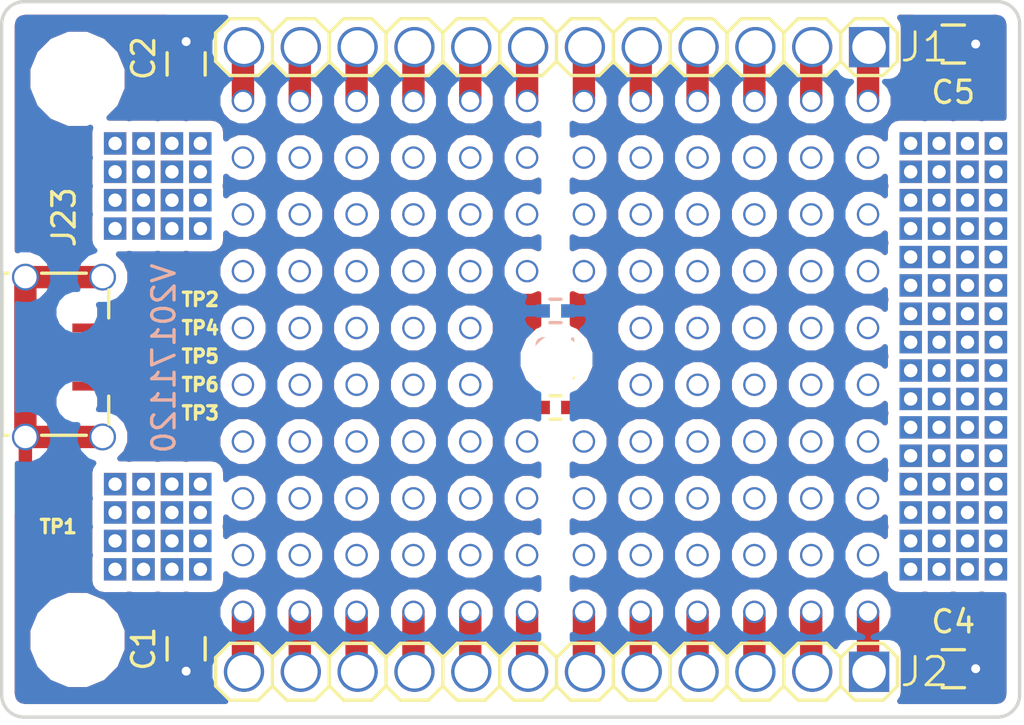
<source format=kicad_pcb>
(kicad_pcb (version 4) (host pcbnew 4.0.7-e2-6376~58~ubuntu17.04.1)
  (layers (0 F.Cu signal) (31 B.Cu signal) (34 B.Paste user) (35 F.Paste user) (36 B.SilkS user) (37 F.SilkS user) (38 B.Mask user) (39 F.Mask user) (44 Edge.Cuts user))
  (net 0 "")
  (net 1 VDD)
  (net 2 GND)
  (net 3 VDDA)
  (net 4 GNDA)
  (net 5 "Net-(J1-Pad1)")
  (net 6 "Net-(J1-Pad2)")
  (net 7 "Net-(J1-Pad3)")
  (net 8 "Net-(J1-Pad4)")
  (net 9 "Net-(J1-Pad5)")
  (net 10 "Net-(J1-Pad6)")
  (net 11 "Net-(J1-Pad7)")
  (net 12 "Net-(J1-Pad8)")
  (net 13 "Net-(J1-Pad9)")
  (net 14 "Net-(J1-Pad10)")
  (net 15 "Net-(J1-Pad11)")
  (net 16 "Net-(J1-Pad12)")
  (net 17 "Net-(J11-Pad1)")
  (net 18 "Net-(J11-Pad2)")
  (net 19 "Net-(J11-Pad3)")
  (net 20 "Net-(J11-Pad4)")
  (net 21 "Net-(J10-Pad1)")
  (net 22 "Net-(J10-Pad2)")
  (net 23 "Net-(J10-Pad3)")
  (net 24 "Net-(J10-Pad4)")
  (net 25 "Net-(J12-Pad1)")
  (net 26 "Net-(J12-Pad2)")
  (net 27 "Net-(J12-Pad3)")
  (net 28 "Net-(J12-Pad4)")
  (net 29 "Net-(J23-PadS)")
  (net 30 "Net-(J23-Pad5)")
  (net 31 "Net-(J23-Pad4)")
  (net 32 "Net-(J23-Pad3)")
  (net 33 "Net-(J23-Pad2)")
  (net 34 "Net-(J23-Pad1)")
  (module SquantorLabels:Label_version (layer F.Cu) (at 130.429 101.092)
    (fp_text reference N2 hide)
    (fp_text value V20171120 (at 0.02 -0.034 270) (layer B.SilkS) (effects (justify mirror)))
  )
  (module SquantorPcbOutline:MountingHole_3.2mm_no_metal (layer F.Cu) (at 126.59 113.65)
    (fp_text reference H1 hide)
    (fp_text value Drill_Hole_no_metal hide)
    (pad "" np_thru_hole circle (at 0 0) (size 3.2 3.2) (drill 3.2) (layers *.Cu *.Mask))
  )
  (module SquantorPcbOutline:MountingHole_3.2mm_no_metal (layer F.Cu) (at 126.59 88.55)
    (fp_text reference H2 hide)
    (fp_text value Drill_Hole_no_metal hide)
    (pad "" np_thru_hole circle (at 0 0) (size 3.2 3.2) (drill 3.2) (layers *.Cu *.Mask))
  )
  (module SquantorPcbOutline:MountingHole_2.2mm_no_metal (layer F.Cu) (at 148 101.1)
    (fp_text reference H3 hide)
    (fp_text value Drill_Hole_no_metal hide)
    (pad "" np_thru_hole circle (at 0 0) (size 2.2 2.2) (drill 2.2) (layers *.Cu *.Mask))
  )
  (module SquantorConnectors:Header-0254-1X12-H015 (layer F.Cu) (at 148 87.13216 180)
    (fp_text reference J1 (at -16.45 0 180) (layer F.SilkS) (effects (font (size 1.27 1.27) (thickness 0.127))))
    (fp_text value PINS_1X12 hide)
    (pad 1 thru_hole rect (at -13.97 0) (size 1.8 1.8) (drill 1.5) (layers *.Cu *.Mask) (net 5 "Net-(J1-Pad1)"))
    (pad 2 thru_hole circle (at -11.43 0) (size 1.8 1.8) (drill 1.5) (layers *.Cu *.Mask) (net 6 "Net-(J1-Pad2)"))
    (pad 3 thru_hole circle (at -8.89 0) (size 1.8 1.8) (drill 1.5) (layers *.Cu *.Mask) (net 7 "Net-(J1-Pad3)"))
    (pad 4 thru_hole circle (at -6.35 0) (size 1.8 1.8) (drill 1.5) (layers *.Cu *.Mask) (net 8 "Net-(J1-Pad4)"))
    (pad 5 thru_hole circle (at -3.81 0) (size 1.8 1.8) (drill 1.5) (layers *.Cu *.Mask) (net 9 "Net-(J1-Pad5)"))
    (pad 6 thru_hole circle (at -1.27 0) (size 1.8 1.8) (drill 1.5) (layers *.Cu *.Mask) (net 10 "Net-(J1-Pad6)"))
    (pad 7 thru_hole circle (at 1.27 0) (size 1.8 1.8) (drill 1.5) (layers *.Cu *.Mask) (net 11 "Net-(J1-Pad7)"))
    (pad 8 thru_hole circle (at 3.81 0) (size 1.8 1.8) (drill 1.5) (layers *.Cu *.Mask) (net 12 "Net-(J1-Pad8)"))
    (pad 9 thru_hole circle (at 6.35 0 180) (size 1.8 1.8) (drill 1.5) (layers *.Cu *.Mask) (net 13 "Net-(J1-Pad9)"))
    (pad 10 thru_hole circle (at 8.89 0) (size 1.8 1.8) (drill 1.5) (layers *.Cu *.Mask) (net 14 "Net-(J1-Pad10)"))
    (pad 11 thru_hole circle (at 11.43 0 180) (size 1.8 1.8) (drill 1.5) (layers *.Cu *.Mask) (net 15 "Net-(J1-Pad11)"))
    (pad 12 thru_hole circle (at 13.97 0 180) (size 1.8 1.8) (drill 1.5) (layers *.Cu *.Mask) (net 16 "Net-(J1-Pad12)"))
  )
  (module SquantorConnectors:Header-0254-1X12-H015 (layer F.Cu) (at 148.00072 115.07216 180)
    (fp_text reference J2 (at -16.44928 0 180) (layer F.SilkS) (effects (font (size 1.27 1.27) (thickness 0.127))))
    (fp_text value PINS_1X12 hide)
    (pad 1 thru_hole rect (at -13.97 0) (size 1.8 1.8) (drill 1.5) (layers *.Cu *.Mask) (net 17 "Net-(J11-Pad1)"))
    (pad 2 thru_hole circle (at -11.43 0) (size 1.8 1.8) (drill 1.5) (layers *.Cu *.Mask) (net 18 "Net-(J11-Pad2)"))
    (pad 3 thru_hole circle (at -8.89 0) (size 1.8 1.8) (drill 1.5) (layers *.Cu *.Mask) (net 19 "Net-(J11-Pad3)"))
    (pad 4 thru_hole circle (at -6.35 0) (size 1.8 1.8) (drill 1.5) (layers *.Cu *.Mask) (net 20 "Net-(J11-Pad4)"))
    (pad 5 thru_hole circle (at -3.81 0) (size 1.8 1.8) (drill 1.5) (layers *.Cu *.Mask) (net 21 "Net-(J10-Pad1)"))
    (pad 6 thru_hole circle (at -1.27 0) (size 1.8 1.8) (drill 1.5) (layers *.Cu *.Mask) (net 22 "Net-(J10-Pad2)"))
    (pad 7 thru_hole circle (at 1.27 0) (size 1.8 1.8) (drill 1.5) (layers *.Cu *.Mask) (net 23 "Net-(J10-Pad3)"))
    (pad 8 thru_hole circle (at 3.81 0) (size 1.8 1.8) (drill 1.5) (layers *.Cu *.Mask) (net 24 "Net-(J10-Pad4)"))
    (pad 9 thru_hole circle (at 6.35 0 180) (size 1.8 1.8) (drill 1.5) (layers *.Cu *.Mask) (net 25 "Net-(J12-Pad1)"))
    (pad 10 thru_hole circle (at 8.89 0) (size 1.8 1.8) (drill 1.5) (layers *.Cu *.Mask) (net 26 "Net-(J12-Pad2)"))
    (pad 11 thru_hole circle (at 11.43 0 180) (size 1.8 1.8) (drill 1.5) (layers *.Cu *.Mask) (net 27 "Net-(J12-Pad3)"))
    (pad 12 thru_hole circle (at 13.97 0 180) (size 1.8 1.8) (drill 1.5) (layers *.Cu *.Mask) (net 28 "Net-(J12-Pad4)"))
  )
  (module SquantorProto:proto-TH-0254-04X04-P010SQ-H008 (layer F.Cu) (at 137.795 106.045)
    (fp_text reference J3 hide)
    (fp_text value Proto hide)
    (pad 1 thru_hole circle (at -3.81 -3.81) (size 1 1) (drill 0.8) (layers *.Cu *.Mask))
    (pad 2 thru_hole circle (at -1.27 -3.81) (size 1 1) (drill 0.8) (layers *.Cu *.Mask))
    (pad 3 thru_hole circle (at 1.27 -3.81) (size 1 1) (drill 0.8) (layers *.Cu *.Mask))
    (pad 4 thru_hole circle (at 3.81 -3.81) (size 1 1) (drill 0.8) (layers *.Cu *.Mask))
    (pad 5 thru_hole circle (at -3.81 -1.27) (size 1 1) (drill 0.8) (layers *.Cu *.Mask))
    (pad 6 thru_hole circle (at -1.27 -1.27) (size 1 1) (drill 0.8) (layers *.Cu *.Mask))
    (pad 7 thru_hole circle (at 1.27 -1.27) (size 1 1) (drill 0.8) (layers *.Cu *.Mask))
    (pad 8 thru_hole circle (at 3.81 -1.27) (size 1 1) (drill 0.8) (layers *.Cu *.Mask))
    (pad 9 thru_hole circle (at -3.81 1.27) (size 1 1) (drill 0.8) (layers *.Cu *.Mask))
    (pad 10 thru_hole circle (at -1.27 1.27) (size 1 1) (drill 0.8) (layers *.Cu *.Mask))
    (pad 11 thru_hole circle (at 1.27 1.27) (size 1 1) (drill 0.8) (layers *.Cu *.Mask))
    (pad 12 thru_hole circle (at 3.81 1.27) (size 1 1) (drill 0.8) (layers *.Cu *.Mask))
    (pad 13 thru_hole circle (at -3.81 3.81) (size 1 1) (drill 0.8) (layers *.Cu *.Mask))
    (pad 14 thru_hole circle (at -1.27 3.81) (size 1 1) (drill 0.8) (layers *.Cu *.Mask))
    (pad 15 thru_hole circle (at 1.27 3.81) (size 1 1) (drill 0.8) (layers *.Cu *.Mask))
    (pad 16 thru_hole circle (at 3.81 3.81) (size 1 1) (drill 0.8) (layers *.Cu *.Mask))
  )
  (module SquantorProto:proto-TH-0254-04X04-P010SQ-H008 (layer F.Cu) (at 137.795 95.885)
    (fp_text reference J4 hide)
    (fp_text value Proto hide)
    (pad 1 thru_hole circle (at -3.81 -3.81) (size 1 1) (drill 0.8) (layers *.Cu *.Mask))
    (pad 2 thru_hole circle (at -1.27 -3.81) (size 1 1) (drill 0.8) (layers *.Cu *.Mask))
    (pad 3 thru_hole circle (at 1.27 -3.81) (size 1 1) (drill 0.8) (layers *.Cu *.Mask))
    (pad 4 thru_hole circle (at 3.81 -3.81) (size 1 1) (drill 0.8) (layers *.Cu *.Mask))
    (pad 5 thru_hole circle (at -3.81 -1.27) (size 1 1) (drill 0.8) (layers *.Cu *.Mask))
    (pad 6 thru_hole circle (at -1.27 -1.27) (size 1 1) (drill 0.8) (layers *.Cu *.Mask))
    (pad 7 thru_hole circle (at 1.27 -1.27) (size 1 1) (drill 0.8) (layers *.Cu *.Mask))
    (pad 8 thru_hole circle (at 3.81 -1.27) (size 1 1) (drill 0.8) (layers *.Cu *.Mask))
    (pad 9 thru_hole circle (at -3.81 1.27) (size 1 1) (drill 0.8) (layers *.Cu *.Mask))
    (pad 10 thru_hole circle (at -1.27 1.27) (size 1 1) (drill 0.8) (layers *.Cu *.Mask))
    (pad 11 thru_hole circle (at 1.27 1.27) (size 1 1) (drill 0.8) (layers *.Cu *.Mask))
    (pad 12 thru_hole circle (at 3.81 1.27) (size 1 1) (drill 0.8) (layers *.Cu *.Mask))
    (pad 13 thru_hole circle (at -3.81 3.81) (size 1 1) (drill 0.8) (layers *.Cu *.Mask))
    (pad 14 thru_hole circle (at -1.27 3.81) (size 1 1) (drill 0.8) (layers *.Cu *.Mask))
    (pad 15 thru_hole circle (at 1.27 3.81) (size 1 1) (drill 0.8) (layers *.Cu *.Mask))
    (pad 16 thru_hole circle (at 3.81 3.81) (size 1 1) (drill 0.8) (layers *.Cu *.Mask))
  )
  (module SquantorRcl:C_0805 (layer F.Cu) (at 131.445 114.046 270)
    (fp_text reference C1 (at 0 1.905 270) (layer F.SilkS))
    (fp_text value C hide)
    (pad 1 smd rect (at -1 0 270) (size 1 1.25) (layers F.Cu F.Paste F.Mask) (net 1 VDD))
    (pad 2 smd rect (at 1 0 270) (size 1 1.25) (layers F.Cu F.Paste F.Mask) (net 2 GND))
  )
  (module SquantorRcl:C_0805 (layer F.Cu) (at 131.445 87.884 90)
    (fp_text reference C2 (at 0.254 -1.905 90) (layer F.SilkS))
    (fp_text value C hide)
    (pad 1 smd rect (at -1 0 90) (size 1 1.25) (layers F.Cu F.Paste F.Mask) (net 1 VDD))
    (pad 2 smd rect (at 1 0 90) (size 1 1.25) (layers F.Cu F.Paste F.Mask) (net 2 GND))
  )
  (module SquantorRcl:C_0805 (layer F.Cu) (at 165.735 114.935)
    (fp_text reference C4 (at 0 -2.1) (layer F.SilkS))
    (fp_text value C hide)
    (pad 1 smd rect (at -1 0) (size 1 1.25) (layers F.Cu F.Paste F.Mask) (net 3 VDDA))
    (pad 2 smd rect (at 1 0) (size 1 1.25) (layers F.Cu F.Paste F.Mask) (net 4 GNDA))
  )
  (module SquantorRcl:C_0805 (layer F.Cu) (at 165.735 86.995)
    (fp_text reference C5 (at 0 2.159) (layer F.SilkS))
    (fp_text value C hide)
    (pad 1 smd rect (at -1 0) (size 1 1.25) (layers F.Cu F.Paste F.Mask) (net 3 VDDA))
    (pad 2 smd rect (at 1 0) (size 1 1.25) (layers F.Cu F.Paste F.Mask) (net 4 GNDA))
  )
  (module SquantorProto:proto-TH-0254-04X01-P010SQ-H008 (layer F.Cu) (at 158.115 89.535 180)
    (fp_text reference J7 hide)
    (fp_text value Proto_4pins hide)
    (pad 1 thru_hole circle (at -3.81 0 180) (size 1 1) (drill 0.8) (layers *.Cu *.Mask) (net 5 "Net-(J1-Pad1)"))
    (pad 2 thru_hole circle (at -1.27 0 180) (size 1 1) (drill 0.8) (layers *.Cu *.Mask) (net 6 "Net-(J1-Pad2)"))
    (pad 3 thru_hole circle (at 1.27 0 180) (size 1 1) (drill 0.8) (layers *.Cu *.Mask) (net 7 "Net-(J1-Pad3)"))
    (pad 4 thru_hole circle (at 3.81 0 180) (size 1 1) (drill 0.8) (layers *.Cu *.Mask) (net 8 "Net-(J1-Pad4)"))
  )
  (module SquantorProto:proto-TH-0254-04X01-P010SQ-H008 (layer F.Cu) (at 137.795 89.535 180)
    (fp_text reference J8 hide)
    (fp_text value Proto_4pins hide)
    (pad 1 thru_hole circle (at -3.81 0 180) (size 1 1) (drill 0.8) (layers *.Cu *.Mask) (net 13 "Net-(J1-Pad9)"))
    (pad 2 thru_hole circle (at -1.27 0 180) (size 1 1) (drill 0.8) (layers *.Cu *.Mask) (net 14 "Net-(J1-Pad10)"))
    (pad 3 thru_hole circle (at 1.27 0 180) (size 1 1) (drill 0.8) (layers *.Cu *.Mask) (net 15 "Net-(J1-Pad11)"))
    (pad 4 thru_hole circle (at 3.81 0 180) (size 1 1) (drill 0.8) (layers *.Cu *.Mask) (net 16 "Net-(J1-Pad12)"))
  )
  (module SquantorProto:proto-TH-0254-04X01-P010SQ-H008 (layer F.Cu) (at 147.955 89.535 180)
    (fp_text reference J9 hide)
    (fp_text value Proto_4pins hide)
    (pad 1 thru_hole circle (at -3.81 0 180) (size 1 1) (drill 0.8) (layers *.Cu *.Mask) (net 9 "Net-(J1-Pad5)"))
    (pad 2 thru_hole circle (at -1.27 0 180) (size 1 1) (drill 0.8) (layers *.Cu *.Mask) (net 10 "Net-(J1-Pad6)"))
    (pad 3 thru_hole circle (at 1.27 0 180) (size 1 1) (drill 0.8) (layers *.Cu *.Mask) (net 11 "Net-(J1-Pad7)"))
    (pad 4 thru_hole circle (at 3.81 0 180) (size 1 1) (drill 0.8) (layers *.Cu *.Mask) (net 12 "Net-(J1-Pad8)"))
  )
  (module SquantorProto:proto-TH-0254-04X01-P010SQ-H008 (layer F.Cu) (at 147.955 112.395 180)
    (fp_text reference J10 hide)
    (fp_text value Proto_4pins hide)
    (pad 1 thru_hole circle (at -3.81 0 180) (size 1 1) (drill 0.8) (layers *.Cu *.Mask) (net 21 "Net-(J10-Pad1)"))
    (pad 2 thru_hole circle (at -1.27 0 180) (size 1 1) (drill 0.8) (layers *.Cu *.Mask) (net 22 "Net-(J10-Pad2)"))
    (pad 3 thru_hole circle (at 1.27 0 180) (size 1 1) (drill 0.8) (layers *.Cu *.Mask) (net 23 "Net-(J10-Pad3)"))
    (pad 4 thru_hole circle (at 3.81 0 180) (size 1 1) (drill 0.8) (layers *.Cu *.Mask) (net 24 "Net-(J10-Pad4)"))
  )
  (module SquantorProto:proto-TH-0254-04X01-P010SQ-H008 (layer F.Cu) (at 158.115 112.395 180)
    (fp_text reference J11 hide)
    (fp_text value Proto_4pins hide)
    (pad 1 thru_hole circle (at -3.81 0 180) (size 1 1) (drill 0.8) (layers *.Cu *.Mask) (net 17 "Net-(J11-Pad1)"))
    (pad 2 thru_hole circle (at -1.27 0 180) (size 1 1) (drill 0.8) (layers *.Cu *.Mask) (net 18 "Net-(J11-Pad2)"))
    (pad 3 thru_hole circle (at 1.27 0 180) (size 1 1) (drill 0.8) (layers *.Cu *.Mask) (net 19 "Net-(J11-Pad3)"))
    (pad 4 thru_hole circle (at 3.81 0 180) (size 1 1) (drill 0.8) (layers *.Cu *.Mask) (net 20 "Net-(J11-Pad4)"))
  )
  (module SquantorProto:proto-TH-0254-04X01-P010SQ-H008 (layer F.Cu) (at 137.795 112.395 180)
    (fp_text reference J12 hide)
    (fp_text value Proto_4pins hide)
    (pad 1 thru_hole circle (at -3.81 0 180) (size 1 1) (drill 0.8) (layers *.Cu *.Mask) (net 25 "Net-(J12-Pad1)"))
    (pad 2 thru_hole circle (at -1.27 0 180) (size 1 1) (drill 0.8) (layers *.Cu *.Mask) (net 26 "Net-(J12-Pad2)"))
    (pad 3 thru_hole circle (at 1.27 0 180) (size 1 1) (drill 0.8) (layers *.Cu *.Mask) (net 27 "Net-(J12-Pad3)"))
    (pad 4 thru_hole circle (at 3.81 0 180) (size 1 1) (drill 0.8) (layers *.Cu *.Mask) (net 28 "Net-(J12-Pad4)"))
  )
  (module SquantorProto:proto-TH-0254-04X04-P010SQ-H008 (layer F.Cu) (at 158.115 106.045)
    (fp_text reference J16 hide)
    (fp_text value Proto hide)
    (pad 1 thru_hole circle (at -3.81 -3.81) (size 1 1) (drill 0.8) (layers *.Cu *.Mask))
    (pad 2 thru_hole circle (at -1.27 -3.81) (size 1 1) (drill 0.8) (layers *.Cu *.Mask))
    (pad 3 thru_hole circle (at 1.27 -3.81) (size 1 1) (drill 0.8) (layers *.Cu *.Mask))
    (pad 4 thru_hole circle (at 3.81 -3.81) (size 1 1) (drill 0.8) (layers *.Cu *.Mask))
    (pad 5 thru_hole circle (at -3.81 -1.27) (size 1 1) (drill 0.8) (layers *.Cu *.Mask))
    (pad 6 thru_hole circle (at -1.27 -1.27) (size 1 1) (drill 0.8) (layers *.Cu *.Mask))
    (pad 7 thru_hole circle (at 1.27 -1.27) (size 1 1) (drill 0.8) (layers *.Cu *.Mask))
    (pad 8 thru_hole circle (at 3.81 -1.27) (size 1 1) (drill 0.8) (layers *.Cu *.Mask))
    (pad 9 thru_hole circle (at -3.81 1.27) (size 1 1) (drill 0.8) (layers *.Cu *.Mask))
    (pad 10 thru_hole circle (at -1.27 1.27) (size 1 1) (drill 0.8) (layers *.Cu *.Mask))
    (pad 11 thru_hole circle (at 1.27 1.27) (size 1 1) (drill 0.8) (layers *.Cu *.Mask))
    (pad 12 thru_hole circle (at 3.81 1.27) (size 1 1) (drill 0.8) (layers *.Cu *.Mask))
    (pad 13 thru_hole circle (at -3.81 3.81) (size 1 1) (drill 0.8) (layers *.Cu *.Mask))
    (pad 14 thru_hole circle (at -1.27 3.81) (size 1 1) (drill 0.8) (layers *.Cu *.Mask))
    (pad 15 thru_hole circle (at 1.27 3.81) (size 1 1) (drill 0.8) (layers *.Cu *.Mask))
    (pad 16 thru_hole circle (at 3.81 3.81) (size 1 1) (drill 0.8) (layers *.Cu *.Mask))
  )
  (module SquantorProto:proto-TH-0254-04X04-P010SQ-H008 (layer F.Cu) (at 158.115 95.885)
    (fp_text reference J19 hide)
    (fp_text value Proto hide)
    (pad 1 thru_hole circle (at -3.81 -3.81) (size 1 1) (drill 0.8) (layers *.Cu *.Mask))
    (pad 2 thru_hole circle (at -1.27 -3.81) (size 1 1) (drill 0.8) (layers *.Cu *.Mask))
    (pad 3 thru_hole circle (at 1.27 -3.81) (size 1 1) (drill 0.8) (layers *.Cu *.Mask))
    (pad 4 thru_hole circle (at 3.81 -3.81) (size 1 1) (drill 0.8) (layers *.Cu *.Mask))
    (pad 5 thru_hole circle (at -3.81 -1.27) (size 1 1) (drill 0.8) (layers *.Cu *.Mask))
    (pad 6 thru_hole circle (at -1.27 -1.27) (size 1 1) (drill 0.8) (layers *.Cu *.Mask))
    (pad 7 thru_hole circle (at 1.27 -1.27) (size 1 1) (drill 0.8) (layers *.Cu *.Mask))
    (pad 8 thru_hole circle (at 3.81 -1.27) (size 1 1) (drill 0.8) (layers *.Cu *.Mask))
    (pad 9 thru_hole circle (at -3.81 1.27) (size 1 1) (drill 0.8) (layers *.Cu *.Mask))
    (pad 10 thru_hole circle (at -1.27 1.27) (size 1 1) (drill 0.8) (layers *.Cu *.Mask))
    (pad 11 thru_hole circle (at 1.27 1.27) (size 1 1) (drill 0.8) (layers *.Cu *.Mask))
    (pad 12 thru_hole circle (at 3.81 1.27) (size 1 1) (drill 0.8) (layers *.Cu *.Mask))
    (pad 13 thru_hole circle (at -3.81 3.81) (size 1 1) (drill 0.8) (layers *.Cu *.Mask))
    (pad 14 thru_hole circle (at -1.27 3.81) (size 1 1) (drill 0.8) (layers *.Cu *.Mask))
    (pad 15 thru_hole circle (at 1.27 3.81) (size 1 1) (drill 0.8) (layers *.Cu *.Mask))
    (pad 16 thru_hole circle (at 3.81 3.81) (size 1 1) (drill 0.8) (layers *.Cu *.Mask))
  )
  (module SquantorProto:proto-TH-0254-04X04-GAP02-P010SQ-H008 (layer F.Cu) (at 147.955 106.045 180)
    (fp_text reference J5 hide)
    (fp_text value Proto hide)
    (pad 1 thru_hole circle (at -3.81 -3.81 180) (size 1 1) (drill 0.8) (layers *.Cu *.Mask))
    (pad 2 thru_hole circle (at -1.27 -3.81 180) (size 1 1) (drill 0.8) (layers *.Cu *.Mask))
    (pad 3 thru_hole circle (at 1.27 -3.81 180) (size 1 1) (drill 0.8) (layers *.Cu *.Mask))
    (pad 4 thru_hole circle (at 3.81 -3.81 180) (size 1 1) (drill 0.8) (layers *.Cu *.Mask))
    (pad 5 thru_hole circle (at -3.81 -1.27 180) (size 1 1) (drill 0.8) (layers *.Cu *.Mask))
    (pad 6 thru_hole circle (at -1.27 -1.27 180) (size 1 1) (drill 0.8) (layers *.Cu *.Mask))
    (pad 7 thru_hole circle (at 1.27 -1.27 180) (size 1 1) (drill 0.8) (layers *.Cu *.Mask))
    (pad 8 thru_hole circle (at 3.81 -1.27 180) (size 1 1) (drill 0.8) (layers *.Cu *.Mask))
    (pad 9 thru_hole circle (at -3.81 1.27 180) (size 1 1) (drill 0.8) (layers *.Cu *.Mask))
    (pad 10 thru_hole circle (at -1.27 1.27 180) (size 1 1) (drill 0.8) (layers *.Cu *.Mask))
    (pad 11 thru_hole circle (at 1.27 1.27 180) (size 1 1) (drill 0.8) (layers *.Cu *.Mask))
    (pad 12 thru_hole circle (at 3.81 1.27 180) (size 1 1) (drill 0.8) (layers *.Cu *.Mask))
    (pad 13 thru_hole circle (at -3.81 3.81 180) (size 1 1) (drill 0.8) (layers *.Cu *.Mask))
    (pad 16 thru_hole circle (at 3.81 3.81 180) (size 1 1) (drill 0.8) (layers *.Cu *.Mask))
  )
  (module SquantorProto:proto-TH-0254-04X04-GAP02-P010SQ-H008 (layer F.Cu) (at 147.955 95.885)
    (fp_text reference J6 hide)
    (fp_text value Proto hide)
    (pad 1 thru_hole circle (at -3.81 -3.81) (size 1 1) (drill 0.8) (layers *.Cu *.Mask))
    (pad 2 thru_hole circle (at -1.27 -3.81) (size 1 1) (drill 0.8) (layers *.Cu *.Mask))
    (pad 3 thru_hole circle (at 1.27 -3.81) (size 1 1) (drill 0.8) (layers *.Cu *.Mask))
    (pad 4 thru_hole circle (at 3.81 -3.81) (size 1 1) (drill 0.8) (layers *.Cu *.Mask))
    (pad 5 thru_hole circle (at -3.81 -1.27) (size 1 1) (drill 0.8) (layers *.Cu *.Mask))
    (pad 6 thru_hole circle (at -1.27 -1.27) (size 1 1) (drill 0.8) (layers *.Cu *.Mask))
    (pad 7 thru_hole circle (at 1.27 -1.27) (size 1 1) (drill 0.8) (layers *.Cu *.Mask))
    (pad 8 thru_hole circle (at 3.81 -1.27) (size 1 1) (drill 0.8) (layers *.Cu *.Mask))
    (pad 9 thru_hole circle (at -3.81 1.27) (size 1 1) (drill 0.8) (layers *.Cu *.Mask))
    (pad 10 thru_hole circle (at -1.27 1.27) (size 1 1) (drill 0.8) (layers *.Cu *.Mask))
    (pad 11 thru_hole circle (at 1.27 1.27) (size 1 1) (drill 0.8) (layers *.Cu *.Mask))
    (pad 12 thru_hole circle (at 3.81 1.27) (size 1 1) (drill 0.8) (layers *.Cu *.Mask))
    (pad 13 thru_hole circle (at -3.81 3.81) (size 1 1) (drill 0.8) (layers *.Cu *.Mask))
    (pad 16 thru_hole circle (at 3.81 3.81) (size 1 1) (drill 0.8) (layers *.Cu *.Mask))
  )
  (module SquantorRcl:R_0402_hand (layer F.Cu) (at 147.955 103.251)
    (fp_text reference U1 (at 0 -1.8) (layer F.SilkS))
    (fp_text value POWER_JOINER hide)
    (pad 1 smd rect (at -0.55 0) (size 0.6 0.6) (layers F.Cu F.Paste F.Mask) (net 1 VDD))
    (pad 2 smd rect (at 0.55 0) (size 0.6 0.6) (layers F.Cu F.Paste F.Mask) (net 3 VDDA))
  )
  (module SquantorRcl:R_0402_hand (layer B.Cu) (at 147.955 98.933)
    (fp_text reference U2 (at 0 1.8) (layer B.SilkS) (effects (justify mirror)))
    (fp_text value POWER_JOINER hide)
    (pad 1 smd rect (at -0.55 0) (size 0.6 0.6) (layers B.Cu B.Paste B.Mask) (net 2 GND))
    (pad 2 smd rect (at 0.55 0) (size 0.6 0.6) (layers B.Cu B.Paste B.Mask) (net 4 GNDA))
  )
  (module SquantorProto:TESTPAD_SQ_1MM (layer F.Cu) (at 125.73 107.315)
    (fp_text reference TP1 (at 0 1.27) (layer F.SilkS) (effects (font (size 0.6 0.6))))
    (fp_text value testpad hide)
    (pad 1 smd rect (at 0 0) (size 1 1) (layers F.Cu F.Paste F.Mask) (net 29 "Net-(J23-PadS)"))
  )
  (module SquantorProto:TESTPAD_SQ_1MM (layer F.Cu) (at 130.175 98.425)
    (fp_text reference TP2 (at 1.905 0) (layer F.SilkS) (effects (font (size 0.6 0.6))))
    (fp_text value testpad hide)
    (pad 1 smd rect (at 0 0) (size 1 1) (layers F.Cu F.Paste F.Mask) (net 34 "Net-(J23-Pad1)"))
  )
  (module SquantorProto:TESTPAD_SQ_1MM (layer F.Cu) (at 130.175 103.505)
    (fp_text reference TP3 (at 1.905 0) (layer F.SilkS) (effects (font (size 0.6 0.6))))
    (fp_text value testpad hide)
    (pad 1 smd rect (at 0 0) (size 1 1) (layers F.Cu F.Paste F.Mask) (net 30 "Net-(J23-Pad5)"))
  )
  (module SquantorProto:TESTPAD_SQ_1MM (layer F.Cu) (at 130.175 99.695)
    (fp_text reference TP4 (at 1.905 0) (layer F.SilkS) (effects (font (size 0.6 0.6))))
    (fp_text value testpad hide)
    (pad 1 smd rect (at 0 0) (size 1 1) (layers F.Cu F.Paste F.Mask) (net 33 "Net-(J23-Pad2)"))
  )
  (module SquantorProto:TESTPAD_SQ_1MM (layer F.Cu) (at 130.175 100.965)
    (fp_text reference TP5 (at 1.905 0) (layer F.SilkS) (effects (font (size 0.6 0.6))))
    (fp_text value testpad hide)
    (pad 1 smd rect (at 0 0) (size 1 1) (layers F.Cu F.Paste F.Mask) (net 32 "Net-(J23-Pad3)"))
  )
  (module SquantorProto:TESTPAD_SQ_1MM (layer F.Cu) (at 130.175 102.235)
    (fp_text reference TP6 (at 1.905 0) (layer F.SilkS) (effects (font (size 0.6 0.6))))
    (fp_text value testpad hide)
    (pad 1 smd rect (at 0 0) (size 1 1) (layers F.Cu F.Paste F.Mask) (net 31 "Net-(J23-Pad4)"))
  )
  (module SquantorProto:proto-SMD-0127-04X04-P010-H006 (layer F.Cu) (at 130.175 108.585)
    (fp_text reference J13 hide)
    (fp_text value Proto hide)
    (pad 1 thru_hole rect (at -1.905 -1.905) (size 1 1) (drill 0.6) (layers *.Cu *.Mask))
    (pad 2 thru_hole rect (at -0.635 -1.905) (size 1 1) (drill 0.6) (layers *.Cu *.Mask))
    (pad 3 thru_hole rect (at 0.635 -1.905) (size 1 1) (drill 0.6) (layers *.Cu *.Mask))
    (pad 4 thru_hole rect (at 1.905 -1.905) (size 1 1) (drill 0.6) (layers *.Cu *.Mask))
    (pad 5 thru_hole rect (at 1.905 -0.635) (size 1 1) (drill 0.6) (layers *.Cu *.Mask))
    (pad 6 thru_hole rect (at 0.635 -0.635) (size 1 1) (drill 0.6) (layers *.Cu *.Mask))
    (pad 7 thru_hole rect (at -0.635 -0.635) (size 1 1) (drill 0.6) (layers *.Cu *.Mask))
    (pad 8 thru_hole rect (at -1.905 -0.635) (size 1 1) (drill 0.6) (layers *.Cu *.Mask))
    (pad 9 thru_hole rect (at -1.905 0.635) (size 1 1) (drill 0.6) (layers *.Cu *.Mask))
    (pad 10 thru_hole rect (at -0.635 0.635) (size 1 1) (drill 0.6) (layers *.Cu *.Mask))
    (pad 11 thru_hole rect (at 0.635 0.635) (size 1 1) (drill 0.6) (layers *.Cu *.Mask))
    (pad 12 thru_hole rect (at 1.905 0.635) (size 1 1) (drill 0.6) (layers *.Cu *.Mask))
    (pad 13 thru_hole rect (at 1.905 1.905) (size 1 1) (drill 0.6) (layers *.Cu *.Mask))
    (pad 14 thru_hole rect (at 0.635 1.905) (size 1 1) (drill 0.6) (layers *.Cu *.Mask))
    (pad 15 thru_hole rect (at -0.635 1.905) (size 1 1) (drill 0.6) (layers *.Cu *.Mask))
    (pad 16 thru_hole rect (at -1.905 1.905) (size 1 1) (drill 0.6) (layers *.Cu *.Mask))
  )
  (module SquantorProto:proto-SMD-0127-04X04-P010-H006 (layer F.Cu) (at 165.735 108.585)
    (fp_text reference J14 hide)
    (fp_text value Proto hide)
    (pad 1 thru_hole rect (at -1.905 -1.905) (size 1 1) (drill 0.6) (layers *.Cu *.Mask))
    (pad 2 thru_hole rect (at -0.635 -1.905) (size 1 1) (drill 0.6) (layers *.Cu *.Mask))
    (pad 3 thru_hole rect (at 0.635 -1.905) (size 1 1) (drill 0.6) (layers *.Cu *.Mask))
    (pad 4 thru_hole rect (at 1.905 -1.905) (size 1 1) (drill 0.6) (layers *.Cu *.Mask))
    (pad 5 thru_hole rect (at 1.905 -0.635) (size 1 1) (drill 0.6) (layers *.Cu *.Mask))
    (pad 6 thru_hole rect (at 0.635 -0.635) (size 1 1) (drill 0.6) (layers *.Cu *.Mask))
    (pad 7 thru_hole rect (at -0.635 -0.635) (size 1 1) (drill 0.6) (layers *.Cu *.Mask))
    (pad 8 thru_hole rect (at -1.905 -0.635) (size 1 1) (drill 0.6) (layers *.Cu *.Mask))
    (pad 9 thru_hole rect (at -1.905 0.635) (size 1 1) (drill 0.6) (layers *.Cu *.Mask))
    (pad 10 thru_hole rect (at -0.635 0.635) (size 1 1) (drill 0.6) (layers *.Cu *.Mask))
    (pad 11 thru_hole rect (at 0.635 0.635) (size 1 1) (drill 0.6) (layers *.Cu *.Mask))
    (pad 12 thru_hole rect (at 1.905 0.635) (size 1 1) (drill 0.6) (layers *.Cu *.Mask))
    (pad 13 thru_hole rect (at 1.905 1.905) (size 1 1) (drill 0.6) (layers *.Cu *.Mask))
    (pad 14 thru_hole rect (at 0.635 1.905) (size 1 1) (drill 0.6) (layers *.Cu *.Mask))
    (pad 15 thru_hole rect (at -0.635 1.905) (size 1 1) (drill 0.6) (layers *.Cu *.Mask))
    (pad 16 thru_hole rect (at -1.905 1.905) (size 1 1) (drill 0.6) (layers *.Cu *.Mask))
  )
  (module SquantorProto:proto-SMD-0127-04X04-P010-H006 (layer F.Cu) (at 165.735 103.505)
    (fp_text reference J17 hide)
    (fp_text value Proto hide)
    (pad 1 thru_hole rect (at -1.905 -1.905) (size 1 1) (drill 0.6) (layers *.Cu *.Mask))
    (pad 2 thru_hole rect (at -0.635 -1.905) (size 1 1) (drill 0.6) (layers *.Cu *.Mask))
    (pad 3 thru_hole rect (at 0.635 -1.905) (size 1 1) (drill 0.6) (layers *.Cu *.Mask))
    (pad 4 thru_hole rect (at 1.905 -1.905) (size 1 1) (drill 0.6) (layers *.Cu *.Mask))
    (pad 5 thru_hole rect (at 1.905 -0.635) (size 1 1) (drill 0.6) (layers *.Cu *.Mask))
    (pad 6 thru_hole rect (at 0.635 -0.635) (size 1 1) (drill 0.6) (layers *.Cu *.Mask))
    (pad 7 thru_hole rect (at -0.635 -0.635) (size 1 1) (drill 0.6) (layers *.Cu *.Mask))
    (pad 8 thru_hole rect (at -1.905 -0.635) (size 1 1) (drill 0.6) (layers *.Cu *.Mask))
    (pad 9 thru_hole rect (at -1.905 0.635) (size 1 1) (drill 0.6) (layers *.Cu *.Mask))
    (pad 10 thru_hole rect (at -0.635 0.635) (size 1 1) (drill 0.6) (layers *.Cu *.Mask))
    (pad 11 thru_hole rect (at 0.635 0.635) (size 1 1) (drill 0.6) (layers *.Cu *.Mask))
    (pad 12 thru_hole rect (at 1.905 0.635) (size 1 1) (drill 0.6) (layers *.Cu *.Mask))
    (pad 13 thru_hole rect (at 1.905 1.905) (size 1 1) (drill 0.6) (layers *.Cu *.Mask))
    (pad 14 thru_hole rect (at 0.635 1.905) (size 1 1) (drill 0.6) (layers *.Cu *.Mask))
    (pad 15 thru_hole rect (at -0.635 1.905) (size 1 1) (drill 0.6) (layers *.Cu *.Mask))
    (pad 16 thru_hole rect (at -1.905 1.905) (size 1 1) (drill 0.6) (layers *.Cu *.Mask))
  )
  (module SquantorProto:proto-SMD-0127-04X04-P010-H006 (layer F.Cu) (at 130.175 93.345)
    (fp_text reference J20 hide)
    (fp_text value Proto hide)
    (pad 1 thru_hole rect (at -1.905 -1.905) (size 1 1) (drill 0.6) (layers *.Cu *.Mask))
    (pad 2 thru_hole rect (at -0.635 -1.905) (size 1 1) (drill 0.6) (layers *.Cu *.Mask))
    (pad 3 thru_hole rect (at 0.635 -1.905) (size 1 1) (drill 0.6) (layers *.Cu *.Mask))
    (pad 4 thru_hole rect (at 1.905 -1.905) (size 1 1) (drill 0.6) (layers *.Cu *.Mask))
    (pad 5 thru_hole rect (at 1.905 -0.635) (size 1 1) (drill 0.6) (layers *.Cu *.Mask))
    (pad 6 thru_hole rect (at 0.635 -0.635) (size 1 1) (drill 0.6) (layers *.Cu *.Mask))
    (pad 7 thru_hole rect (at -0.635 -0.635) (size 1 1) (drill 0.6) (layers *.Cu *.Mask))
    (pad 8 thru_hole rect (at -1.905 -0.635) (size 1 1) (drill 0.6) (layers *.Cu *.Mask))
    (pad 9 thru_hole rect (at -1.905 0.635) (size 1 1) (drill 0.6) (layers *.Cu *.Mask))
    (pad 10 thru_hole rect (at -0.635 0.635) (size 1 1) (drill 0.6) (layers *.Cu *.Mask))
    (pad 11 thru_hole rect (at 0.635 0.635) (size 1 1) (drill 0.6) (layers *.Cu *.Mask))
    (pad 12 thru_hole rect (at 1.905 0.635) (size 1 1) (drill 0.6) (layers *.Cu *.Mask))
    (pad 13 thru_hole rect (at 1.905 1.905) (size 1 1) (drill 0.6) (layers *.Cu *.Mask))
    (pad 14 thru_hole rect (at 0.635 1.905) (size 1 1) (drill 0.6) (layers *.Cu *.Mask))
    (pad 15 thru_hole rect (at -0.635 1.905) (size 1 1) (drill 0.6) (layers *.Cu *.Mask))
    (pad 16 thru_hole rect (at -1.905 1.905) (size 1 1) (drill 0.6) (layers *.Cu *.Mask))
  )
  (module SquantorProto:proto-SMD-0127-04X04-P010-H006 (layer F.Cu) (at 165.735 98.425)
    (fp_text reference J21 hide)
    (fp_text value Proto hide)
    (pad 1 thru_hole rect (at -1.905 -1.905) (size 1 1) (drill 0.6) (layers *.Cu *.Mask))
    (pad 2 thru_hole rect (at -0.635 -1.905) (size 1 1) (drill 0.6) (layers *.Cu *.Mask))
    (pad 3 thru_hole rect (at 0.635 -1.905) (size 1 1) (drill 0.6) (layers *.Cu *.Mask))
    (pad 4 thru_hole rect (at 1.905 -1.905) (size 1 1) (drill 0.6) (layers *.Cu *.Mask))
    (pad 5 thru_hole rect (at 1.905 -0.635) (size 1 1) (drill 0.6) (layers *.Cu *.Mask))
    (pad 6 thru_hole rect (at 0.635 -0.635) (size 1 1) (drill 0.6) (layers *.Cu *.Mask))
    (pad 7 thru_hole rect (at -0.635 -0.635) (size 1 1) (drill 0.6) (layers *.Cu *.Mask))
    (pad 8 thru_hole rect (at -1.905 -0.635) (size 1 1) (drill 0.6) (layers *.Cu *.Mask))
    (pad 9 thru_hole rect (at -1.905 0.635) (size 1 1) (drill 0.6) (layers *.Cu *.Mask))
    (pad 10 thru_hole rect (at -0.635 0.635) (size 1 1) (drill 0.6) (layers *.Cu *.Mask))
    (pad 11 thru_hole rect (at 0.635 0.635) (size 1 1) (drill 0.6) (layers *.Cu *.Mask))
    (pad 12 thru_hole rect (at 1.905 0.635) (size 1 1) (drill 0.6) (layers *.Cu *.Mask))
    (pad 13 thru_hole rect (at 1.905 1.905) (size 1 1) (drill 0.6) (layers *.Cu *.Mask))
    (pad 14 thru_hole rect (at 0.635 1.905) (size 1 1) (drill 0.6) (layers *.Cu *.Mask))
    (pad 15 thru_hole rect (at -0.635 1.905) (size 1 1) (drill 0.6) (layers *.Cu *.Mask))
    (pad 16 thru_hole rect (at -1.905 1.905) (size 1 1) (drill 0.6) (layers *.Cu *.Mask))
  )
  (module SquantorProto:proto-SMD-0127-04X04-P010-H006 (layer F.Cu) (at 165.735 93.345)
    (fp_text reference J22 hide)
    (fp_text value Proto hide)
    (pad 1 thru_hole rect (at -1.905 -1.905) (size 1 1) (drill 0.6) (layers *.Cu *.Mask))
    (pad 2 thru_hole rect (at -0.635 -1.905) (size 1 1) (drill 0.6) (layers *.Cu *.Mask))
    (pad 3 thru_hole rect (at 0.635 -1.905) (size 1 1) (drill 0.6) (layers *.Cu *.Mask))
    (pad 4 thru_hole rect (at 1.905 -1.905) (size 1 1) (drill 0.6) (layers *.Cu *.Mask))
    (pad 5 thru_hole rect (at 1.905 -0.635) (size 1 1) (drill 0.6) (layers *.Cu *.Mask))
    (pad 6 thru_hole rect (at 0.635 -0.635) (size 1 1) (drill 0.6) (layers *.Cu *.Mask))
    (pad 7 thru_hole rect (at -0.635 -0.635) (size 1 1) (drill 0.6) (layers *.Cu *.Mask))
    (pad 8 thru_hole rect (at -1.905 -0.635) (size 1 1) (drill 0.6) (layers *.Cu *.Mask))
    (pad 9 thru_hole rect (at -1.905 0.635) (size 1 1) (drill 0.6) (layers *.Cu *.Mask))
    (pad 10 thru_hole rect (at -0.635 0.635) (size 1 1) (drill 0.6) (layers *.Cu *.Mask))
    (pad 11 thru_hole rect (at 0.635 0.635) (size 1 1) (drill 0.6) (layers *.Cu *.Mask))
    (pad 12 thru_hole rect (at 1.905 0.635) (size 1 1) (drill 0.6) (layers *.Cu *.Mask))
    (pad 13 thru_hole rect (at 1.905 1.905) (size 1 1) (drill 0.6) (layers *.Cu *.Mask))
    (pad 14 thru_hole rect (at 0.635 1.905) (size 1 1) (drill 0.6) (layers *.Cu *.Mask))
    (pad 15 thru_hole rect (at -0.635 1.905) (size 1 1) (drill 0.6) (layers *.Cu *.Mask))
    (pad 16 thru_hole rect (at -1.905 1.905) (size 1 1) (drill 0.6) (layers *.Cu *.Mask))
  )
  (module SquantorUsb:SquantorUsb-USB-UB-SMD4H (layer F.Cu) (at 125.984 100.995 270)
    (fp_text reference J23 (at -6.253 0 270) (layer F.SilkS))
    (fp_text value USB-ID hide)
    (pad S thru_hole circle (at -3.575 -1.725 270) (size 1.2 1.2) (drill 1) (layers *.Cu *.Mask) (net 29 "Net-(J23-PadS)"))
    (pad S thru_hole circle (at 3.575 -1.725 270) (size 1.2 1.2) (drill 1) (layers *.Cu *.Mask) (net 29 "Net-(J23-PadS)"))
    (pad S thru_hole circle (at -3.575 1.725 270) (size 1.2 1.2) (drill 1) (layers *.Cu *.Mask) (net 29 "Net-(J23-PadS)"))
    (pad "" np_thru_hole circle (at -2 -0.575 270) (size 0.8 0.8) (drill 0.8) (layers *.Cu))
    (pad 5 smd rect (at 1.3 -1.3 270) (size 0.4 1.85) (layers F.Cu F.Paste F.Mask) (net 30 "Net-(J23-Pad5)"))
    (pad 4 smd rect (at 0.65 -1.3 270) (size 0.4 1.85) (layers F.Cu F.Paste F.Mask) (net 31 "Net-(J23-Pad4)"))
    (pad 3 smd rect (at 0 -1.3 270) (size 0.4 1.85) (layers F.Cu F.Paste F.Mask) (net 32 "Net-(J23-Pad3)"))
    (pad 2 smd rect (at -0.65 -1.3 270) (size 0.4 1.85) (layers F.Cu F.Paste F.Mask) (net 33 "Net-(J23-Pad2)"))
    (pad 1 smd rect (at -1.3 -1.3 270) (size 0.4 1.85) (layers F.Cu F.Paste F.Mask) (net 34 "Net-(J23-Pad1)"))
    (pad "" np_thru_hole circle (at 2 -0.575 270) (size 0.8 0.8) (drill 0.8) (layers *.Cu))
    (pad S thru_hole circle (at 3.575 1.725 270) (size 1.2 1.2) (drill 1) (layers *.Cu *.Mask) (net 29 "Net-(J23-PadS)"))
  )
  (gr_arc (start 124.2 116.1) (end 124.2 117.1) (angle 90) (layer Edge.Cuts) (width 0.15))
  (gr_arc (start 167.7 116.1) (end 168.7 116.1) (angle 90) (layer Edge.Cuts) (width 0.15))
  (gr_arc (start 167.7 86.1) (end 167.7 85.1) (angle 90) (layer Edge.Cuts) (width 0.15))
  (gr_arc (start 124.2 86.1) (end 123.2 86.1) (angle 90) (layer Edge.Cuts) (width 0.15))
  (gr_line (start 123.2 116.1) (end 123.2 86.1) (layer Edge.Cuts) (width 0.15))
  (gr_line (start 167.7 117.1) (end 124.2 117.1) (layer Edge.Cuts) (width 0.15))
  (gr_line (start 168.7 86.1) (end 168.7 116.1) (layer Edge.Cuts) (width 0.15))
  (gr_line (start 124.2 85.1) (end 167.7 85.1) (layer Edge.Cuts) (width 0.15))
  (segment (start 145.415 104.267) (end 146.431 103.251) (width 0.4) (layer F.Cu) (net 1))
  (segment (start 146.431 103.251) (end 147.405 103.251) (width 0.4) (layer F.Cu) (net 1))
  (segment (start 145.415 105.283) (end 145.415 104.267) (width 0.4) (layer F.Cu) (net 1))
  (segment (start 144.653 106.045) (end 145.415 105.283) (width 0.4) (layer F.Cu) (net 1))
  (segment (start 138.43 106.045) (end 144.653 106.045) (width 0.4) (layer F.Cu) (net 1))
  (segment (start 137.795 106.68) (end 138.43 106.045) (width 0.4) (layer F.Cu) (net 1))
  (segment (start 137.795 107.95) (end 137.795 106.68) (width 0.4) (layer F.Cu) (net 1))
  (segment (start 137.16 108.585) (end 137.795 107.95) (width 0.4) (layer F.Cu) (net 1))
  (segment (start 136.017 108.585) (end 137.16 108.585) (width 0.4) (layer F.Cu) (net 1))
  (segment (start 135.255 109.347) (end 136.017 108.585) (width 0.4) (layer F.Cu) (net 1))
  (segment (start 135.255 110.363) (end 135.255 109.347) (width 0.4) (layer F.Cu) (net 1))
  (segment (start 134.493 111.125) (end 135.255 110.363) (width 0.4) (layer F.Cu) (net 1))
  (segment (start 133.477 111.125) (end 134.493 111.125) (width 0.4) (layer F.Cu) (net 1))
  (segment (start 132.842 111.76) (end 133.477 111.125) (width 0.4) (layer F.Cu) (net 1))
  (segment (start 131.572 111.76) (end 132.842 111.76) (width 0.4) (layer F.Cu) (net 1))
  (segment (start 131.445 111.887) (end 131.572 111.76) (width 0.4) (layer F.Cu) (net 1))
  (segment (start 131.445 113.046) (end 131.445 111.887) (width 0.4) (layer F.Cu) (net 1))
  (segment (start 147.405 98.933) (end 145.288 98.933) (width 0.4) (layer B.Cu) (net 2))
  (segment (start 135.255 91.44) (end 134.62 90.805) (width 0.4) (layer B.Cu) (net 2))
  (segment (start 145.288 98.933) (end 144.78 98.425) (width 0.4) (layer B.Cu) (net 2))
  (segment (start 144.78 98.425) (end 135.89 98.425) (width 0.4) (layer B.Cu) (net 2))
  (segment (start 135.255 97.79) (end 135.255 91.44) (width 0.4) (layer B.Cu) (net 2))
  (segment (start 131.445 88.773) (end 131.445 86.884) (width 0.4) (layer B.Cu) (net 2))
  (segment (start 135.89 98.425) (end 135.255 97.79) (width 0.4) (layer B.Cu) (net 2))
  (segment (start 134.62 90.805) (end 133.477 90.805) (width 0.4) (layer B.Cu) (net 2))
  (segment (start 133.477 90.805) (end 131.445 88.773) (width 0.4) (layer B.Cu) (net 2))
  (via (at 131.445 115.046) (size 0.55) (drill 0.4) (layers F.Cu B.Cu) (net 2))
  (via (at 131.445 86.884) (size 0.55) (drill 0.4) (layers F.Cu B.Cu) (net 2))
  (segment (start 162.433 111.125) (end 164.735 113.427) (width 0.4) (layer F.Cu) (net 3))
  (segment (start 164.735 113.427) (end 164.735 114.935) (width 0.4) (layer F.Cu) (net 3))
  (segment (start 161.417 111.125) (end 162.433 111.125) (width 0.4) (layer F.Cu) (net 3))
  (segment (start 160.655 110.363) (end 161.417 111.125) (width 0.4) (layer F.Cu) (net 3))
  (segment (start 160.655 104.267) (end 160.655 110.363) (width 0.4) (layer F.Cu) (net 3))
  (segment (start 159.893 103.505) (end 160.655 104.267) (width 0.4) (layer F.Cu) (net 3))
  (segment (start 150.495 103.505) (end 159.893 103.505) (width 0.4) (layer F.Cu) (net 3))
  (segment (start 150.241 103.251) (end 150.495 103.505) (width 0.4) (layer F.Cu) (net 3))
  (segment (start 148.505 103.251) (end 150.241 103.251) (width 0.4) (layer F.Cu) (net 3))
  (segment (start 166.735 86.995) (end 166.243 86.995) (width 0.4) (layer B.Cu) (net 4))
  (segment (start 166.243 86.995) (end 162.433 90.805) (width 0.4) (layer B.Cu) (net 4))
  (segment (start 149.606 98.933) (end 148.505 98.933) (width 0.4) (layer B.Cu) (net 4))
  (segment (start 162.433 90.805) (end 151.13 90.805) (width 0.4) (layer B.Cu) (net 4))
  (segment (start 151.13 90.805) (end 150.495 91.44) (width 0.4) (layer B.Cu) (net 4))
  (segment (start 150.495 91.44) (end 150.495 98.044) (width 0.4) (layer B.Cu) (net 4))
  (segment (start 150.495 98.044) (end 149.606 98.933) (width 0.4) (layer B.Cu) (net 4))
  (via (at 166.735 86.995) (size 0.55) (drill 0.4) (layers F.Cu B.Cu) (net 4))
  (via (at 166.735 114.935) (size 0.55) (drill 0.4) (layers F.Cu B.Cu) (net 4))
  (segment (start 161.925 89.535) (end 161.925 87.17716) (width 1) (layer F.Cu) (net 5))
  (segment (start 161.925 87.17716) (end 161.97 87.13216) (width 1) (layer F.Cu) (net 5))
  (segment (start 159.385 89.535) (end 159.385 87.17716) (width 1) (layer F.Cu) (net 6))
  (segment (start 159.385 87.17716) (end 159.43 87.13216) (width 1) (layer F.Cu) (net 6))
  (segment (start 156.845 89.535) (end 156.845 87.17716) (width 1) (layer F.Cu) (net 7))
  (segment (start 156.845 87.17716) (end 156.89 87.13216) (width 1) (layer F.Cu) (net 7))
  (segment (start 154.305 89.535) (end 154.305 87.17716) (width 1) (layer F.Cu) (net 8))
  (segment (start 154.305 87.17716) (end 154.35 87.13216) (width 1) (layer F.Cu) (net 8))
  (segment (start 151.765 89.535) (end 151.765 87.17716) (width 1) (layer F.Cu) (net 9))
  (segment (start 151.765 87.17716) (end 151.81 87.13216) (width 1) (layer F.Cu) (net 9))
  (segment (start 149.225 89.535) (end 149.225 87.17716) (width 1) (layer F.Cu) (net 10))
  (segment (start 149.225 87.17716) (end 149.27 87.13216) (width 1) (layer F.Cu) (net 10))
  (segment (start 146.685 89.535) (end 146.685 87.17716) (width 1) (layer F.Cu) (net 11))
  (segment (start 146.685 87.17716) (end 146.73 87.13216) (width 1) (layer F.Cu) (net 11))
  (segment (start 144.145 89.535) (end 144.145 87.17716) (width 1) (layer F.Cu) (net 12))
  (segment (start 144.145 87.17716) (end 144.19 87.13216) (width 1) (layer F.Cu) (net 12))
  (segment (start 141.605 89.535) (end 141.605 87.17716) (width 1) (layer F.Cu) (net 13))
  (segment (start 141.605 87.17716) (end 141.65 87.13216) (width 1) (layer F.Cu) (net 13))
  (segment (start 139.065 89.535) (end 139.065 87.17716) (width 1) (layer F.Cu) (net 14))
  (segment (start 139.065 87.17716) (end 139.11 87.13216) (width 1) (layer F.Cu) (net 14))
  (segment (start 136.525 89.535) (end 136.525 87.17716) (width 1) (layer F.Cu) (net 15))
  (segment (start 136.525 87.17716) (end 136.57 87.13216) (width 1) (layer F.Cu) (net 15))
  (segment (start 133.985 89.535) (end 133.985 87.17716) (width 1) (layer F.Cu) (net 16))
  (segment (start 133.985 87.17716) (end 134.03 87.13216) (width 1) (layer F.Cu) (net 16))
  (segment (start 161.925 112.395) (end 161.925 115.02644) (width 1) (layer F.Cu) (net 17))
  (segment (start 161.925 115.02644) (end 161.97072 115.07216) (width 1) (layer F.Cu) (net 17))
  (segment (start 159.385 112.395) (end 159.385 115.02644) (width 1) (layer F.Cu) (net 18))
  (segment (start 159.385 115.02644) (end 159.43072 115.07216) (width 1) (layer F.Cu) (net 18))
  (segment (start 156.845 112.395) (end 156.845 115.02644) (width 1) (layer F.Cu) (net 19))
  (segment (start 156.845 115.02644) (end 156.89072 115.07216) (width 1) (layer F.Cu) (net 19))
  (segment (start 154.305 112.395) (end 154.305 115.02644) (width 1) (layer F.Cu) (net 20))
  (segment (start 154.305 115.02644) (end 154.35072 115.07216) (width 1) (layer F.Cu) (net 20))
  (segment (start 151.765 112.395) (end 151.765 115.02644) (width 1) (layer F.Cu) (net 21))
  (segment (start 151.765 115.02644) (end 151.81072 115.07216) (width 1) (layer F.Cu) (net 21))
  (segment (start 149.225 112.395) (end 149.225 115.02644) (width 1) (layer F.Cu) (net 22))
  (segment (start 149.225 115.02644) (end 149.27072 115.07216) (width 1) (layer F.Cu) (net 22))
  (segment (start 146.685 112.395) (end 146.685 115.02644) (width 1) (layer F.Cu) (net 23))
  (segment (start 146.685 115.02644) (end 146.73072 115.07216) (width 1) (layer F.Cu) (net 23))
  (segment (start 144.145 112.395) (end 144.145 115.02644) (width 1) (layer F.Cu) (net 24))
  (segment (start 144.145 115.02644) (end 144.19072 115.07216) (width 1) (layer F.Cu) (net 24))
  (segment (start 141.605 112.395) (end 141.605 115.02644) (width 1) (layer F.Cu) (net 25))
  (segment (start 141.605 115.02644) (end 141.65072 115.07216) (width 1) (layer F.Cu) (net 25))
  (segment (start 139.065 112.395) (end 139.065 115.02644) (width 1) (layer F.Cu) (net 26))
  (segment (start 139.065 115.02644) (end 139.11072 115.07216) (width 1) (layer F.Cu) (net 26))
  (segment (start 136.525 112.395) (end 136.525 115.02644) (width 1) (layer F.Cu) (net 27))
  (segment (start 136.525 115.02644) (end 136.57072 115.07216) (width 1) (layer F.Cu) (net 27))
  (segment (start 133.985 112.395) (end 133.985 115.02644) (width 1) (layer F.Cu) (net 28))
  (segment (start 133.985 115.02644) (end 134.03072 115.07216) (width 1) (layer F.Cu) (net 28))
  (segment (start 124.259 107.114) (end 124.46 107.315) (width 0.6) (layer F.Cu) (net 29))
  (segment (start 124.46 107.315) (end 125.73 107.315) (width 0.6) (layer F.Cu) (net 29))
  (segment (start 124.259 104.57) (end 124.259 107.114) (width 0.6) (layer F.Cu) (net 29))
  (segment (start 127.709 104.57) (end 124.259 104.57) (width 1) (layer F.Cu) (net 29))
  (segment (start 127.709 97.42) (end 124.259 97.42) (width 1) (layer F.Cu) (net 29))
  (segment (start 124.259 104.57) (end 124.259 97.42) (width 1) (layer F.Cu) (net 29))
  (segment (start 128.203 102.295) (end 129.413 103.505) (width 0.4) (layer F.Cu) (net 30))
  (segment (start 129.413 103.505) (end 130.175 103.505) (width 0.4) (layer F.Cu) (net 30))
  (segment (start 127.284 102.295) (end 128.203 102.295) (width 0.4) (layer F.Cu) (net 30))
  (segment (start 128.696 101.645) (end 129.286 102.235) (width 0.4) (layer F.Cu) (net 31))
  (segment (start 129.286 102.235) (end 130.175 102.235) (width 0.4) (layer F.Cu) (net 31))
  (segment (start 127.284 101.645) (end 128.696 101.645) (width 0.4) (layer F.Cu) (net 31))
  (segment (start 128.875 100.995) (end 128.905 100.965) (width 0.4) (layer F.Cu) (net 32))
  (segment (start 128.905 100.965) (end 130.175 100.965) (width 0.4) (layer F.Cu) (net 32))
  (segment (start 127.284 100.995) (end 128.875 100.995) (width 0.4) (layer F.Cu) (net 32))
  (segment (start 128.636 100.345) (end 129.286 99.695) (width 0.4) (layer F.Cu) (net 33))
  (segment (start 129.286 99.695) (end 130.175 99.695) (width 0.4) (layer F.Cu) (net 33))
  (segment (start 127.284 100.345) (end 128.636 100.345) (width 0.4) (layer F.Cu) (net 33))
  (segment (start 128.143 99.695) (end 129.413 98.425) (width 0.4) (layer F.Cu) (net 34))
  (segment (start 129.413 98.425) (end 130.175 98.425) (width 0.4) (layer F.Cu) (net 34))
  (segment (start 127.284 99.695) (end 128.143 99.695) (width 0.4) (layer F.Cu) (net 34))
  (zone (net 2) (net_name GND) (layer B.Cu) (connect_pads (clearance 0.508)) (min_thickness 0.254) (fill yes (arc_segments 16) (thermal_gap 0.508) (thermal_bridge_width 0.508))
    (polygon (pts (xy 123.19 85.09) (xy 147.32 85.09) (xy 147.32 117.475) (xy 123.19 117.475)))
  )
  (zone (net 4) (net_name GNDA) (layer B.Cu) (connect_pads (clearance 0.508)) (min_thickness 0.254) (fill yes (arc_segments 16) (thermal_gap 0.508) (thermal_bridge_width 0.508))
    (polygon (pts (xy 168.91 85.09) (xy 148.59 85.09) (xy 148.59 117.475) (xy 168.91 117.475)))
  )
  (zone (net 1) (net_name VDD) (layer F.Cu) (connect_pads (clearance 0.508)) (min_thickness 0.254) (fill yes (arc_segments 16) (thermal_gap 0.508) (thermal_bridge_width 0.508))
    (polygon (pts (xy 123.19 85.09) (xy 147.32 85.09) (xy 147.32 117.475) (xy 123.19 117.475)))
  )
  (zone (net 3) (net_name VDDA) (layer F.Cu) (connect_pads (clearance 0.508)) (min_thickness 0.254) (fill yes (arc_segments 16) (thermal_gap 0.508) (thermal_bridge_width 0.508))
    (polygon (pts (xy 148.59 117.475) (xy 168.91 117.475) (xy 168.91 85.09) (xy 148.59 85.09)))
  )
)
</source>
